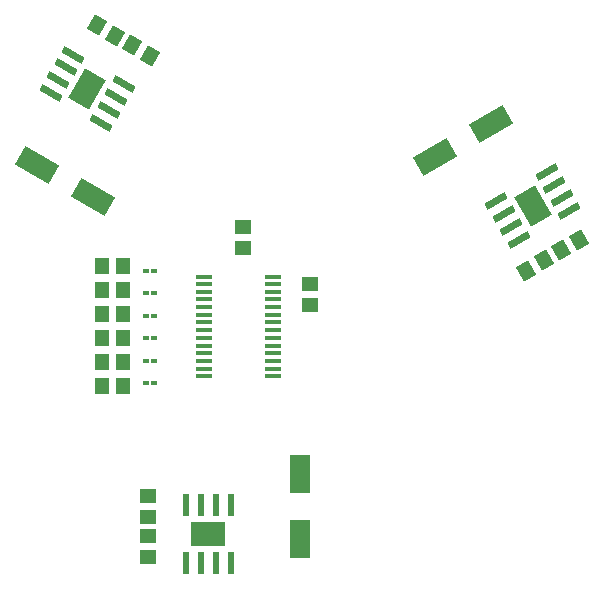
<source format=gtp>
G04*
G04 #@! TF.GenerationSoftware,Altium Limited,Altium Designer,18.1.11 (251)*
G04*
G04 Layer_Color=8421504*
%FSLAX24Y24*%
%MOIN*%
G70*
G01*
G75*
G04:AMPARAMS|DCode=16|XSize=55.1mil|YSize=47.2mil|CornerRadius=0mil|HoleSize=0mil|Usage=FLASHONLY|Rotation=120.000|XOffset=0mil|YOffset=0mil|HoleType=Round|Shape=Rectangle|*
%AMROTATEDRECTD16*
4,1,4,0.0342,-0.0121,-0.0067,-0.0357,-0.0342,0.0121,0.0067,0.0357,0.0342,-0.0121,0.0*
%
%ADD16ROTATEDRECTD16*%

G04:AMPARAMS|DCode=17|XSize=77.6mil|YSize=23.6mil|CornerRadius=0mil|HoleSize=0mil|Usage=FLASHONLY|Rotation=30.000|XOffset=0mil|YOffset=0mil|HoleType=Round|Shape=Rectangle|*
%AMROTATEDRECTD17*
4,1,4,-0.0277,-0.0296,-0.0395,-0.0092,0.0277,0.0296,0.0395,0.0092,-0.0277,-0.0296,0.0*
%
%ADD17ROTATEDRECTD17*%

G04:AMPARAMS|DCode=18|XSize=79.5mil|YSize=113mil|CornerRadius=0mil|HoleSize=0mil|Usage=FLASHONLY|Rotation=30.000|XOffset=0mil|YOffset=0mil|HoleType=Round|Shape=Rectangle|*
%AMROTATEDRECTD18*
4,1,4,-0.0062,-0.0688,-0.0627,0.0290,0.0062,0.0688,0.0627,-0.0290,-0.0062,-0.0688,0.0*
%
%ADD18ROTATEDRECTD18*%

G04:AMPARAMS|DCode=19|XSize=55.1mil|YSize=47.2mil|CornerRadius=0mil|HoleSize=0mil|Usage=FLASHONLY|Rotation=240.000|XOffset=0mil|YOffset=0mil|HoleType=Round|Shape=Rectangle|*
%AMROTATEDRECTD19*
4,1,4,-0.0067,0.0357,0.0342,0.0121,0.0067,-0.0357,-0.0342,-0.0121,-0.0067,0.0357,0.0*
%
%ADD19ROTATEDRECTD19*%

G04:AMPARAMS|DCode=20|XSize=77.6mil|YSize=23.6mil|CornerRadius=0mil|HoleSize=0mil|Usage=FLASHONLY|Rotation=150.000|XOffset=0mil|YOffset=0mil|HoleType=Round|Shape=Rectangle|*
%AMROTATEDRECTD20*
4,1,4,0.0395,-0.0092,0.0277,-0.0296,-0.0395,0.0092,-0.0277,0.0296,0.0395,-0.0092,0.0*
%
%ADD20ROTATEDRECTD20*%

G04:AMPARAMS|DCode=21|XSize=79.5mil|YSize=113mil|CornerRadius=0mil|HoleSize=0mil|Usage=FLASHONLY|Rotation=150.000|XOffset=0mil|YOffset=0mil|HoleType=Round|Shape=Rectangle|*
%AMROTATEDRECTD21*
4,1,4,0.0627,0.0290,0.0062,-0.0688,-0.0627,-0.0290,-0.0062,0.0688,0.0627,0.0290,0.0*
%
%ADD21ROTATEDRECTD21*%

%ADD22R,0.0551X0.0472*%
%ADD23R,0.0580X0.0140*%
%ADD24R,0.0472X0.0551*%
%ADD25R,0.0197X0.0118*%
%ADD26R,0.0236X0.0776*%
%ADD27R,0.1130X0.0795*%
G04:AMPARAMS|DCode=28|XSize=130mil|YSize=71mil|CornerRadius=0mil|HoleSize=0mil|Usage=FLASHONLY|Rotation=330.000|XOffset=0mil|YOffset=0mil|HoleType=Round|Shape=Rectangle|*
%AMROTATEDRECTD28*
4,1,4,-0.0740,0.0018,-0.0385,0.0632,0.0740,-0.0018,0.0385,-0.0632,-0.0740,0.0018,0.0*
%
%ADD28ROTATEDRECTD28*%

%ADD29R,0.0710X0.1300*%
G04:AMPARAMS|DCode=30|XSize=130mil|YSize=71mil|CornerRadius=0mil|HoleSize=0mil|Usage=FLASHONLY|Rotation=210.000|XOffset=0mil|YOffset=0mil|HoleType=Round|Shape=Rectangle|*
%AMROTATEDRECTD30*
4,1,4,0.0385,0.0632,0.0740,0.0018,-0.0385,-0.0632,-0.0740,-0.0018,0.0385,0.0632,0.0*
%
%ADD30ROTATEDRECTD30*%

G36*
X36654Y43758D02*
X36440Y43387D01*
X36211Y43518D01*
X36426Y43890D01*
X36654Y43758D01*
D02*
G37*
G36*
X36961Y43581D02*
X36747Y43209D01*
X36518Y43341D01*
X36733Y43713D01*
X36961Y43581D01*
D02*
G37*
G36*
X36395Y43308D02*
X36180Y42937D01*
X35952Y43068D01*
X36166Y43440D01*
X36395Y43308D01*
D02*
G37*
G36*
X36701Y43131D02*
X36487Y42759D01*
X36258Y42891D01*
X36473Y43263D01*
X36701Y43131D01*
D02*
G37*
G36*
X40455Y28520D02*
X40026D01*
Y28783D01*
X40455D01*
Y28520D01*
D02*
G37*
G36*
Y28165D02*
X40026D01*
Y28429D01*
X40455D01*
Y28165D01*
D02*
G37*
G36*
X51553Y39607D02*
X51325Y39475D01*
X51110Y39847D01*
X51339Y39979D01*
X51553Y39607D01*
D02*
G37*
G36*
X51247Y39430D02*
X51018Y39298D01*
X50804Y39670D01*
X51032Y39801D01*
X51247Y39430D01*
D02*
G37*
G36*
X51813Y39157D02*
X51585Y39025D01*
X51370Y39397D01*
X51599Y39529D01*
X51813Y39157D01*
D02*
G37*
G36*
X51506Y38980D02*
X51278Y38848D01*
X51063Y39219D01*
X51292Y39351D01*
X51506Y38980D01*
D02*
G37*
G36*
X40974Y28520D02*
X40545D01*
Y28783D01*
X40974D01*
Y28520D01*
D02*
G37*
G36*
Y28165D02*
X40545D01*
Y28429D01*
X40974D01*
Y28165D01*
D02*
G37*
D16*
X52244Y37933D02*
D03*
X52858Y38287D02*
D03*
X51689Y37612D02*
D03*
X51075Y37258D02*
D03*
D17*
X50090Y39576D02*
D03*
X50340Y39143D02*
D03*
X50590Y38709D02*
D03*
X50840Y38276D02*
D03*
X52527Y39251D02*
D03*
X52277Y39684D02*
D03*
X52027Y40117D02*
D03*
X51777Y40550D02*
D03*
D18*
X51308Y39413D02*
D03*
D19*
X37396Y45092D02*
D03*
X36782Y45446D02*
D03*
X37951Y44771D02*
D03*
X38565Y44417D02*
D03*
D20*
X36925Y42188D02*
D03*
X37175Y42621D02*
D03*
X37425Y43054D02*
D03*
X37675Y43487D02*
D03*
X35988Y44461D02*
D03*
X35738Y44028D02*
D03*
X35488Y43595D02*
D03*
X35238Y43162D02*
D03*
D21*
X36456Y43325D02*
D03*
D22*
X38500Y29046D02*
D03*
Y29754D02*
D03*
X38500Y28404D02*
D03*
Y27696D02*
D03*
X43900Y36804D02*
D03*
Y36096D02*
D03*
X41650Y38704D02*
D03*
Y37996D02*
D03*
D23*
X40350Y37060D02*
D03*
Y36810D02*
D03*
Y36550D02*
D03*
Y36300D02*
D03*
Y36040D02*
D03*
Y35780D02*
D03*
Y35530D02*
D03*
Y35270D02*
D03*
Y35020D02*
D03*
Y34760D02*
D03*
Y34500D02*
D03*
Y34250D02*
D03*
Y33990D02*
D03*
Y33740D02*
D03*
X42650D02*
D03*
Y33990D02*
D03*
Y34250D02*
D03*
Y34500D02*
D03*
Y34760D02*
D03*
Y35020D02*
D03*
Y35270D02*
D03*
Y35530D02*
D03*
Y35780D02*
D03*
Y36040D02*
D03*
Y36300D02*
D03*
Y36550D02*
D03*
Y36810D02*
D03*
Y37060D02*
D03*
D24*
X36946Y33412D02*
D03*
X37654D02*
D03*
X36946Y34212D02*
D03*
X37654D02*
D03*
X36946Y35012D02*
D03*
X37654D02*
D03*
X36946Y35812D02*
D03*
X37654D02*
D03*
X36946Y36612D02*
D03*
X37654D02*
D03*
X36946Y37412D02*
D03*
X37654D02*
D03*
D25*
X38688Y34250D02*
D03*
X38412D02*
D03*
X38688Y33500D02*
D03*
X38412D02*
D03*
X38688Y35000D02*
D03*
X38412D02*
D03*
X38412Y35750D02*
D03*
X38688D02*
D03*
X38412Y36500D02*
D03*
X38688D02*
D03*
X38412Y37250D02*
D03*
X38688D02*
D03*
D26*
X41250Y29449D02*
D03*
X40750D02*
D03*
X40250D02*
D03*
X39750D02*
D03*
Y27500D02*
D03*
X40250D02*
D03*
X40750D02*
D03*
X41250D02*
D03*
D27*
X40500Y28474D02*
D03*
D28*
X36650Y39700D02*
D03*
X34771Y40785D02*
D03*
D29*
X43550Y30485D02*
D03*
Y28315D02*
D03*
D30*
X48042Y41049D02*
D03*
X49921Y42134D02*
D03*
M02*

</source>
